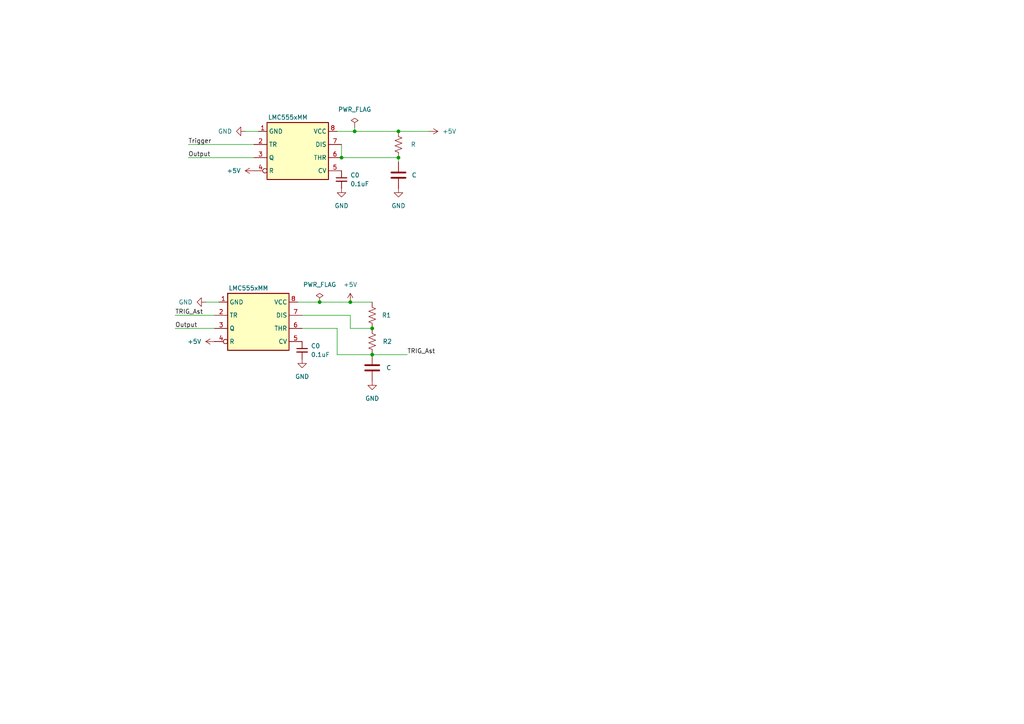
<source format=kicad_sch>
(kicad_sch
	(version 20250114)
	(generator "eeschema")
	(generator_version "9.0")
	(uuid "7f4bf933-eed1-41ea-90a7-63dd4a35e735")
	(paper "A4")
	(lib_symbols
		(symbol "Device:C"
			(pin_numbers
				(hide yes)
			)
			(pin_names
				(offset 0.254)
			)
			(exclude_from_sim no)
			(in_bom yes)
			(on_board yes)
			(property "Reference" "C"
				(at 0.635 2.54 0)
				(effects
					(font
						(size 1.27 1.27)
					)
					(justify left)
				)
			)
			(property "Value" "C"
				(at 0.635 -2.54 0)
				(effects
					(font
						(size 1.27 1.27)
					)
					(justify left)
				)
			)
			(property "Footprint" ""
				(at 0.9652 -3.81 0)
				(effects
					(font
						(size 1.27 1.27)
					)
					(hide yes)
				)
			)
			(property "Datasheet" "~"
				(at 0 0 0)
				(effects
					(font
						(size 1.27 1.27)
					)
					(hide yes)
				)
			)
			(property "Description" "Unpolarized capacitor"
				(at 0 0 0)
				(effects
					(font
						(size 1.27 1.27)
					)
					(hide yes)
				)
			)
			(property "ki_keywords" "cap capacitor"
				(at 0 0 0)
				(effects
					(font
						(size 1.27 1.27)
					)
					(hide yes)
				)
			)
			(property "ki_fp_filters" "C_*"
				(at 0 0 0)
				(effects
					(font
						(size 1.27 1.27)
					)
					(hide yes)
				)
			)
			(symbol "C_0_1"
				(polyline
					(pts
						(xy -2.032 0.762) (xy 2.032 0.762)
					)
					(stroke
						(width 0.508)
						(type default)
					)
					(fill
						(type none)
					)
				)
				(polyline
					(pts
						(xy -2.032 -0.762) (xy 2.032 -0.762)
					)
					(stroke
						(width 0.508)
						(type default)
					)
					(fill
						(type none)
					)
				)
			)
			(symbol "C_1_1"
				(pin passive line
					(at 0 3.81 270)
					(length 2.794)
					(name "~"
						(effects
							(font
								(size 1.27 1.27)
							)
						)
					)
					(number "1"
						(effects
							(font
								(size 1.27 1.27)
							)
						)
					)
				)
				(pin passive line
					(at 0 -3.81 90)
					(length 2.794)
					(name "~"
						(effects
							(font
								(size 1.27 1.27)
							)
						)
					)
					(number "2"
						(effects
							(font
								(size 1.27 1.27)
							)
						)
					)
				)
			)
			(embedded_fonts no)
		)
		(symbol "Device:C_Small"
			(pin_numbers
				(hide yes)
			)
			(pin_names
				(offset 0.254)
				(hide yes)
			)
			(exclude_from_sim no)
			(in_bom yes)
			(on_board yes)
			(property "Reference" "C"
				(at 0.254 1.778 0)
				(effects
					(font
						(size 1.27 1.27)
					)
					(justify left)
				)
			)
			(property "Value" "C_Small"
				(at 0.254 -2.032 0)
				(effects
					(font
						(size 1.27 1.27)
					)
					(justify left)
				)
			)
			(property "Footprint" ""
				(at 0 0 0)
				(effects
					(font
						(size 1.27 1.27)
					)
					(hide yes)
				)
			)
			(property "Datasheet" "~"
				(at 0 0 0)
				(effects
					(font
						(size 1.27 1.27)
					)
					(hide yes)
				)
			)
			(property "Description" "Unpolarized capacitor, small symbol"
				(at 0 0 0)
				(effects
					(font
						(size 1.27 1.27)
					)
					(hide yes)
				)
			)
			(property "ki_keywords" "capacitor cap"
				(at 0 0 0)
				(effects
					(font
						(size 1.27 1.27)
					)
					(hide yes)
				)
			)
			(property "ki_fp_filters" "C_*"
				(at 0 0 0)
				(effects
					(font
						(size 1.27 1.27)
					)
					(hide yes)
				)
			)
			(symbol "C_Small_0_1"
				(polyline
					(pts
						(xy -1.524 0.508) (xy 1.524 0.508)
					)
					(stroke
						(width 0.3048)
						(type default)
					)
					(fill
						(type none)
					)
				)
				(polyline
					(pts
						(xy -1.524 -0.508) (xy 1.524 -0.508)
					)
					(stroke
						(width 0.3302)
						(type default)
					)
					(fill
						(type none)
					)
				)
			)
			(symbol "C_Small_1_1"
				(pin passive line
					(at 0 2.54 270)
					(length 2.032)
					(name "~"
						(effects
							(font
								(size 1.27 1.27)
							)
						)
					)
					(number "1"
						(effects
							(font
								(size 1.27 1.27)
							)
						)
					)
				)
				(pin passive line
					(at 0 -2.54 90)
					(length 2.032)
					(name "~"
						(effects
							(font
								(size 1.27 1.27)
							)
						)
					)
					(number "2"
						(effects
							(font
								(size 1.27 1.27)
							)
						)
					)
				)
			)
			(embedded_fonts no)
		)
		(symbol "Device:R_US"
			(pin_numbers
				(hide yes)
			)
			(pin_names
				(offset 0)
			)
			(exclude_from_sim no)
			(in_bom yes)
			(on_board yes)
			(property "Reference" "R"
				(at 2.54 0 90)
				(effects
					(font
						(size 1.27 1.27)
					)
				)
			)
			(property "Value" "R_US"
				(at -2.54 0 90)
				(effects
					(font
						(size 1.27 1.27)
					)
				)
			)
			(property "Footprint" ""
				(at 1.016 -0.254 90)
				(effects
					(font
						(size 1.27 1.27)
					)
					(hide yes)
				)
			)
			(property "Datasheet" "~"
				(at 0 0 0)
				(effects
					(font
						(size 1.27 1.27)
					)
					(hide yes)
				)
			)
			(property "Description" "Resistor, US symbol"
				(at 0 0 0)
				(effects
					(font
						(size 1.27 1.27)
					)
					(hide yes)
				)
			)
			(property "ki_keywords" "R res resistor"
				(at 0 0 0)
				(effects
					(font
						(size 1.27 1.27)
					)
					(hide yes)
				)
			)
			(property "ki_fp_filters" "R_*"
				(at 0 0 0)
				(effects
					(font
						(size 1.27 1.27)
					)
					(hide yes)
				)
			)
			(symbol "R_US_0_1"
				(polyline
					(pts
						(xy 0 2.286) (xy 0 2.54)
					)
					(stroke
						(width 0)
						(type default)
					)
					(fill
						(type none)
					)
				)
				(polyline
					(pts
						(xy 0 2.286) (xy 1.016 1.905) (xy 0 1.524) (xy -1.016 1.143) (xy 0 0.762)
					)
					(stroke
						(width 0)
						(type default)
					)
					(fill
						(type none)
					)
				)
				(polyline
					(pts
						(xy 0 0.762) (xy 1.016 0.381) (xy 0 0) (xy -1.016 -0.381) (xy 0 -0.762)
					)
					(stroke
						(width 0)
						(type default)
					)
					(fill
						(type none)
					)
				)
				(polyline
					(pts
						(xy 0 -0.762) (xy 1.016 -1.143) (xy 0 -1.524) (xy -1.016 -1.905) (xy 0 -2.286)
					)
					(stroke
						(width 0)
						(type default)
					)
					(fill
						(type none)
					)
				)
				(polyline
					(pts
						(xy 0 -2.286) (xy 0 -2.54)
					)
					(stroke
						(width 0)
						(type default)
					)
					(fill
						(type none)
					)
				)
			)
			(symbol "R_US_1_1"
				(pin passive line
					(at 0 3.81 270)
					(length 1.27)
					(name "~"
						(effects
							(font
								(size 1.27 1.27)
							)
						)
					)
					(number "1"
						(effects
							(font
								(size 1.27 1.27)
							)
						)
					)
				)
				(pin passive line
					(at 0 -3.81 90)
					(length 1.27)
					(name "~"
						(effects
							(font
								(size 1.27 1.27)
							)
						)
					)
					(number "2"
						(effects
							(font
								(size 1.27 1.27)
							)
						)
					)
				)
			)
			(embedded_fonts no)
		)
		(symbol "LMC555xMM_1"
			(exclude_from_sim no)
			(in_bom yes)
			(on_board yes)
			(property "Reference" "U1"
				(at -8.636 12.954 0)
				(effects
					(font
						(size 1.27 1.27)
					)
					(justify left)
				)
			)
			(property "Value" "LMC555xMM"
				(at -8.636 10.414 0)
				(effects
					(font
						(size 1.27 1.27)
					)
					(justify left)
				)
			)
			(property "Footprint" "Package_SO:VSSOP-8_3x3mm_P0.65mm"
				(at 16.51 -10.16 0)
				(effects
					(font
						(size 1.27 1.27)
					)
					(hide yes)
				)
			)
			(property "Datasheet" "http://www.ti.com/lit/ds/symlink/lmc555.pdf"
				(at 21.59 -10.16 0)
				(effects
					(font
						(size 1.27 1.27)
					)
					(hide yes)
				)
			)
			(property "Description" "CMOS Timer, 555 compatible, VSSOP-8"
				(at 0 -0.254 0)
				(effects
					(font
						(size 1.27 1.27)
					)
					(hide yes)
				)
			)
			(property "ki_keywords" "single timer 555"
				(at 0 0 0)
				(effects
					(font
						(size 1.27 1.27)
					)
					(hide yes)
				)
			)
			(property "ki_fp_filters" "*VSSOP*3x3mm*P0.65mm*"
				(at 0 0 0)
				(effects
					(font
						(size 1.27 1.27)
					)
					(hide yes)
				)
			)
			(symbol "LMC555xMM_1_0_1"
				(rectangle
					(start -8.89 8.89)
					(end 8.89 -7.62)
					(stroke
						(width 0.254)
						(type default)
					)
					(fill
						(type background)
					)
				)
				(rectangle
					(start -8.89 8.89)
					(end 8.89 -7.62)
					(stroke
						(width 0.254)
						(type default)
					)
					(fill
						(type background)
					)
				)
			)
			(symbol "LMC555xMM_1_1_0"
				(pin power_in line
					(at -11.43 6.35 0)
					(length 2.54)
					(name "GND"
						(effects
							(font
								(size 1.27 1.27)
							)
						)
					)
					(number "1"
						(effects
							(font
								(size 1.27 1.27)
							)
						)
					)
				)
				(pin power_in line
					(at 11.43 6.35 180)
					(length 2.54)
					(name "VCC"
						(effects
							(font
								(size 1.27 1.27)
							)
						)
					)
					(number "8"
						(effects
							(font
								(size 1.27 1.27)
							)
						)
					)
				)
			)
			(symbol "LMC555xMM_1_1_1"
				(pin input line
					(at -12.7 2.54 0)
					(length 3.81)
					(name "TR"
						(effects
							(font
								(size 1.27 1.27)
							)
						)
					)
					(number "2"
						(effects
							(font
								(size 1.27 1.27)
							)
						)
					)
				)
				(pin output line
					(at -12.7 -1.27 0)
					(length 3.81)
					(name "Q"
						(effects
							(font
								(size 1.27 1.27)
							)
						)
					)
					(number "3"
						(effects
							(font
								(size 1.27 1.27)
							)
						)
					)
				)
				(pin input inverted
					(at -12.7 -5.08 0)
					(length 3.81)
					(name "R"
						(effects
							(font
								(size 1.27 1.27)
							)
						)
					)
					(number "4"
						(effects
							(font
								(size 1.27 1.27)
							)
						)
					)
				)
				(pin input line
					(at 12.7 2.54 180)
					(length 3.81)
					(name "DIS"
						(effects
							(font
								(size 1.27 1.27)
							)
						)
					)
					(number "7"
						(effects
							(font
								(size 1.27 1.27)
							)
						)
					)
				)
				(pin input line
					(at 12.7 -1.27 180)
					(length 3.81)
					(name "THR"
						(effects
							(font
								(size 1.27 1.27)
							)
						)
					)
					(number "6"
						(effects
							(font
								(size 1.27 1.27)
							)
						)
					)
				)
				(pin input line
					(at 12.7 -5.08 180)
					(length 3.81)
					(name "CV"
						(effects
							(font
								(size 1.27 1.27)
							)
						)
					)
					(number "5"
						(effects
							(font
								(size 1.27 1.27)
							)
						)
					)
				)
			)
			(embedded_fonts no)
		)
		(symbol "power:+5V"
			(power)
			(pin_numbers
				(hide yes)
			)
			(pin_names
				(offset 0)
				(hide yes)
			)
			(exclude_from_sim no)
			(in_bom yes)
			(on_board yes)
			(property "Reference" "#PWR"
				(at 0 -3.81 0)
				(effects
					(font
						(size 1.27 1.27)
					)
					(hide yes)
				)
			)
			(property "Value" "+5V"
				(at 0 3.556 0)
				(effects
					(font
						(size 1.27 1.27)
					)
				)
			)
			(property "Footprint" ""
				(at 0 0 0)
				(effects
					(font
						(size 1.27 1.27)
					)
					(hide yes)
				)
			)
			(property "Datasheet" ""
				(at 0 0 0)
				(effects
					(font
						(size 1.27 1.27)
					)
					(hide yes)
				)
			)
			(property "Description" "Power symbol creates a global label with name \"+5V\""
				(at 0 0 0)
				(effects
					(font
						(size 1.27 1.27)
					)
					(hide yes)
				)
			)
			(property "ki_keywords" "global power"
				(at 0 0 0)
				(effects
					(font
						(size 1.27 1.27)
					)
					(hide yes)
				)
			)
			(symbol "+5V_0_1"
				(polyline
					(pts
						(xy -0.762 1.27) (xy 0 2.54)
					)
					(stroke
						(width 0)
						(type default)
					)
					(fill
						(type none)
					)
				)
				(polyline
					(pts
						(xy 0 2.54) (xy 0.762 1.27)
					)
					(stroke
						(width 0)
						(type default)
					)
					(fill
						(type none)
					)
				)
				(polyline
					(pts
						(xy 0 0) (xy 0 2.54)
					)
					(stroke
						(width 0)
						(type default)
					)
					(fill
						(type none)
					)
				)
			)
			(symbol "+5V_1_1"
				(pin power_in line
					(at 0 0 90)
					(length 0)
					(name "~"
						(effects
							(font
								(size 1.27 1.27)
							)
						)
					)
					(number "1"
						(effects
							(font
								(size 1.27 1.27)
							)
						)
					)
				)
			)
			(embedded_fonts no)
		)
		(symbol "power:GND"
			(power)
			(pin_numbers
				(hide yes)
			)
			(pin_names
				(offset 0)
				(hide yes)
			)
			(exclude_from_sim no)
			(in_bom yes)
			(on_board yes)
			(property "Reference" "#PWR"
				(at 0 -6.35 0)
				(effects
					(font
						(size 1.27 1.27)
					)
					(hide yes)
				)
			)
			(property "Value" "GND"
				(at 0 -3.81 0)
				(effects
					(font
						(size 1.27 1.27)
					)
				)
			)
			(property "Footprint" ""
				(at 0 0 0)
				(effects
					(font
						(size 1.27 1.27)
					)
					(hide yes)
				)
			)
			(property "Datasheet" ""
				(at 0 0 0)
				(effects
					(font
						(size 1.27 1.27)
					)
					(hide yes)
				)
			)
			(property "Description" "Power symbol creates a global label with name \"GND\" , ground"
				(at 0 0 0)
				(effects
					(font
						(size 1.27 1.27)
					)
					(hide yes)
				)
			)
			(property "ki_keywords" "global power"
				(at 0 0 0)
				(effects
					(font
						(size 1.27 1.27)
					)
					(hide yes)
				)
			)
			(symbol "GND_0_1"
				(polyline
					(pts
						(xy 0 0) (xy 0 -1.27) (xy 1.27 -1.27) (xy 0 -2.54) (xy -1.27 -1.27) (xy 0 -1.27)
					)
					(stroke
						(width 0)
						(type default)
					)
					(fill
						(type none)
					)
				)
			)
			(symbol "GND_1_1"
				(pin power_in line
					(at 0 0 270)
					(length 0)
					(name "~"
						(effects
							(font
								(size 1.27 1.27)
							)
						)
					)
					(number "1"
						(effects
							(font
								(size 1.27 1.27)
							)
						)
					)
				)
			)
			(embedded_fonts no)
		)
		(symbol "power:PWR_FLAG"
			(power)
			(pin_numbers
				(hide yes)
			)
			(pin_names
				(offset 0)
				(hide yes)
			)
			(exclude_from_sim no)
			(in_bom yes)
			(on_board yes)
			(property "Reference" "#FLG"
				(at 0 1.905 0)
				(effects
					(font
						(size 1.27 1.27)
					)
					(hide yes)
				)
			)
			(property "Value" "PWR_FLAG"
				(at 0 3.81 0)
				(effects
					(font
						(size 1.27 1.27)
					)
				)
			)
			(property "Footprint" ""
				(at 0 0 0)
				(effects
					(font
						(size 1.27 1.27)
					)
					(hide yes)
				)
			)
			(property "Datasheet" "~"
				(at 0 0 0)
				(effects
					(font
						(size 1.27 1.27)
					)
					(hide yes)
				)
			)
			(property "Description" "Special symbol for telling ERC where power comes from"
				(at 0 0 0)
				(effects
					(font
						(size 1.27 1.27)
					)
					(hide yes)
				)
			)
			(property "ki_keywords" "flag power"
				(at 0 0 0)
				(effects
					(font
						(size 1.27 1.27)
					)
					(hide yes)
				)
			)
			(symbol "PWR_FLAG_0_0"
				(pin power_out line
					(at 0 0 90)
					(length 0)
					(name "~"
						(effects
							(font
								(size 1.27 1.27)
							)
						)
					)
					(number "1"
						(effects
							(font
								(size 1.27 1.27)
							)
						)
					)
				)
			)
			(symbol "PWR_FLAG_0_1"
				(polyline
					(pts
						(xy 0 0) (xy 0 1.27) (xy -1.016 1.905) (xy 0 2.54) (xy 1.016 1.905) (xy 0 1.27)
					)
					(stroke
						(width 0)
						(type default)
					)
					(fill
						(type none)
					)
				)
			)
			(embedded_fonts no)
		)
	)
	(junction
		(at 92.71 87.63)
		(diameter 0)
		(color 0 0 0 0)
		(uuid "5ac738ae-9326-45fa-aa8d-ae5f7e2c47d0")
	)
	(junction
		(at 115.57 38.1)
		(diameter 0)
		(color 0 0 0 0)
		(uuid "84103edd-870a-4c26-8a39-39d6805ac2ec")
	)
	(junction
		(at 101.6 87.63)
		(diameter 0)
		(color 0 0 0 0)
		(uuid "8b1bd164-1ed8-44e4-8a50-dc1c97a87f17")
	)
	(junction
		(at 102.87 38.1)
		(diameter 0)
		(color 0 0 0 0)
		(uuid "a55a995a-2320-42f2-b0f4-f1a57d90c80e")
	)
	(junction
		(at 107.95 102.87)
		(diameter 0)
		(color 0 0 0 0)
		(uuid "aac3bb42-ca51-4384-9f98-588d6ea29539")
	)
	(junction
		(at 107.95 95.25)
		(diameter 0)
		(color 0 0 0 0)
		(uuid "b94a795f-6ff1-49ad-9af8-bf9766e715bc")
	)
	(junction
		(at 99.06 45.72)
		(diameter 0)
		(color 0 0 0 0)
		(uuid "dd762b7e-1fcb-4ad5-bbf8-1455b2ffb81a")
	)
	(junction
		(at 115.57 45.72)
		(diameter 0)
		(color 0 0 0 0)
		(uuid "fcea5ed3-4bc8-45c5-9a77-8873f0779781")
	)
	(wire
		(pts
			(xy 59.69 87.63) (xy 63.5 87.63)
		)
		(stroke
			(width 0)
			(type default)
		)
		(uuid "1b3193b0-2d93-448d-81ec-860595b8b1bd")
	)
	(wire
		(pts
			(xy 97.79 95.25) (xy 97.79 102.87)
		)
		(stroke
			(width 0)
			(type default)
		)
		(uuid "1cf088f0-306a-41df-a4e1-98da2a70bae5")
	)
	(wire
		(pts
			(xy 71.12 38.1) (xy 74.93 38.1)
		)
		(stroke
			(width 0)
			(type default)
		)
		(uuid "22b4f4e3-f655-412f-baac-12131bcc455a")
	)
	(wire
		(pts
			(xy 54.61 41.91) (xy 73.66 41.91)
		)
		(stroke
			(width 0)
			(type default)
		)
		(uuid "3fe49de1-82a6-476c-992c-05f7a75995af")
	)
	(wire
		(pts
			(xy 99.06 45.72) (xy 115.57 45.72)
		)
		(stroke
			(width 0)
			(type default)
		)
		(uuid "505fd055-9b86-4fd1-b446-2b676e568469")
	)
	(wire
		(pts
			(xy 101.6 91.44) (xy 101.6 95.25)
		)
		(stroke
			(width 0)
			(type default)
		)
		(uuid "6744ccb8-117b-4eac-a137-d17b129e7a14")
	)
	(wire
		(pts
			(xy 86.36 87.63) (xy 92.71 87.63)
		)
		(stroke
			(width 0)
			(type default)
		)
		(uuid "6d1b0d85-d410-4e58-a11d-c2bf1e1381f9")
	)
	(wire
		(pts
			(xy 101.6 95.25) (xy 107.95 95.25)
		)
		(stroke
			(width 0)
			(type default)
		)
		(uuid "79734237-d126-4da0-9a25-53aeec65f97d")
	)
	(wire
		(pts
			(xy 102.87 36.83) (xy 102.87 38.1)
		)
		(stroke
			(width 0)
			(type default)
		)
		(uuid "849d03e7-9cc9-449e-a8b0-8dd5d5743f38")
	)
	(wire
		(pts
			(xy 99.06 41.91) (xy 99.06 45.72)
		)
		(stroke
			(width 0)
			(type default)
		)
		(uuid "865ffaee-84b3-47ef-a216-1529fe6c6b43")
	)
	(wire
		(pts
			(xy 124.46 38.1) (xy 115.57 38.1)
		)
		(stroke
			(width 0)
			(type default)
		)
		(uuid "8da9bc42-2693-49cb-9397-7ad7e0edb27a")
	)
	(wire
		(pts
			(xy 102.87 38.1) (xy 115.57 38.1)
		)
		(stroke
			(width 0)
			(type default)
		)
		(uuid "948825b1-442d-4f05-9542-7a8c65c715b2")
	)
	(wire
		(pts
			(xy 118.11 102.87) (xy 107.95 102.87)
		)
		(stroke
			(width 0)
			(type default)
		)
		(uuid "95db2d32-c7da-48d7-b316-6b9b83b64c74")
	)
	(wire
		(pts
			(xy 115.57 46.99) (xy 115.57 45.72)
		)
		(stroke
			(width 0)
			(type default)
		)
		(uuid "b0de7d50-079b-4e77-ae6e-f0d8f1e80b25")
	)
	(wire
		(pts
			(xy 50.8 91.44) (xy 62.23 91.44)
		)
		(stroke
			(width 0)
			(type default)
		)
		(uuid "b78efc55-f21c-4db1-be5b-50e6abc69c34")
	)
	(wire
		(pts
			(xy 54.61 45.72) (xy 73.66 45.72)
		)
		(stroke
			(width 0)
			(type default)
		)
		(uuid "b90f024e-9f66-43e3-9be4-bf58e1031cd7")
	)
	(wire
		(pts
			(xy 97.79 38.1) (xy 102.87 38.1)
		)
		(stroke
			(width 0)
			(type default)
		)
		(uuid "ba1c2819-a546-46f7-9fce-b4f6172b7a2e")
	)
	(wire
		(pts
			(xy 87.63 91.44) (xy 101.6 91.44)
		)
		(stroke
			(width 0)
			(type default)
		)
		(uuid "ba3d83f1-91fe-4415-8d5d-d3684742d6c3")
	)
	(wire
		(pts
			(xy 97.79 102.87) (xy 107.95 102.87)
		)
		(stroke
			(width 0)
			(type default)
		)
		(uuid "bc39c0a7-93fa-4bf4-88c3-8d7a7032797e")
	)
	(wire
		(pts
			(xy 50.8 95.25) (xy 62.23 95.25)
		)
		(stroke
			(width 0)
			(type default)
		)
		(uuid "d84756be-e1f6-453c-b0ee-d09610efdb50")
	)
	(wire
		(pts
			(xy 92.71 87.63) (xy 101.6 87.63)
		)
		(stroke
			(width 0)
			(type default)
		)
		(uuid "ee07e2be-19dd-4033-abb8-d223d73cafd7")
	)
	(wire
		(pts
			(xy 87.63 95.25) (xy 97.79 95.25)
		)
		(stroke
			(width 0)
			(type default)
		)
		(uuid "f233b777-a323-4706-a11c-ff1045a26093")
	)
	(wire
		(pts
			(xy 107.95 87.63) (xy 101.6 87.63)
		)
		(stroke
			(width 0)
			(type default)
		)
		(uuid "f8eb1994-1ffa-41b4-92c1-6c1dab6e08b8")
	)
	(label "TRIG_Ast"
		(at 118.11 102.87 0)
		(effects
			(font
				(size 1.27 1.27)
			)
			(justify left bottom)
		)
		(uuid "1cebb160-e77e-4d9d-87d5-3a03fe7b3594")
	)
	(label "TRIG_Ast"
		(at 50.8 91.44 0)
		(effects
			(font
				(size 1.27 1.27)
			)
			(justify left bottom)
		)
		(uuid "b80f11c1-1ec9-4d69-9a8a-a04530448ced")
	)
	(label "Output"
		(at 54.61 45.72 0)
		(effects
			(font
				(size 1.27 1.27)
			)
			(justify left bottom)
		)
		(uuid "cdf1a61e-4a34-4d73-a1f0-7ee08ab7bd86")
	)
	(label "Output"
		(at 50.8 95.25 0)
		(effects
			(font
				(size 1.27 1.27)
			)
			(justify left bottom)
		)
		(uuid "d1726428-68fc-4bc1-889d-57b574bce780")
	)
	(label "Trigger"
		(at 54.61 41.91 0)
		(effects
			(font
				(size 1.27 1.27)
			)
			(justify left bottom)
		)
		(uuid "d294e431-86ca-48c3-b845-9d2631d38eb7")
	)
	(symbol
		(lib_id "Device:C_Small")
		(at 99.06 52.07 0)
		(unit 1)
		(exclude_from_sim no)
		(in_bom yes)
		(on_board yes)
		(dnp no)
		(fields_autoplaced yes)
		(uuid "057b80b3-e70e-4def-b312-2b3d63313b93")
		(property "Reference" "C0"
			(at 101.6 50.8062 0)
			(effects
				(font
					(size 1.27 1.27)
				)
				(justify left)
			)
		)
		(property "Value" "0.1uF"
			(at 101.6 53.3462 0)
			(effects
				(font
					(size 1.27 1.27)
				)
				(justify left)
			)
		)
		(property "Footprint" ""
			(at 99.06 52.07 0)
			(effects
				(font
					(size 1.27 1.27)
				)
				(hide yes)
			)
		)
		(property "Datasheet" "~"
			(at 99.06 52.07 0)
			(effects
				(font
					(size 1.27 1.27)
				)
				(hide yes)
			)
		)
		(property "Description" "Unpolarized capacitor, small symbol"
			(at 99.06 52.07 0)
			(effects
				(font
					(size 1.27 1.27)
				)
				(hide yes)
			)
		)
		(pin "1"
			(uuid "739e01d3-58f2-4fa8-95a2-125060bb47f0")
		)
		(pin "2"
			(uuid "6143ff5a-974c-48f1-8494-8afef8a73a44")
		)
		(instances
			(project "ECE2k7_555Miniproject"
				(path "/e86edbf6-ab59-4ebd-b510-34e7f9b378c6/789a529b-b650-4a73-89df-fa041547b64a"
					(reference "C0")
					(unit 1)
				)
			)
		)
	)
	(symbol
		(lib_id "power:GND")
		(at 71.12 38.1 270)
		(unit 1)
		(exclude_from_sim no)
		(in_bom yes)
		(on_board yes)
		(dnp no)
		(fields_autoplaced yes)
		(uuid "0d6a8d7e-2b3c-4950-ba6c-39a623a6506e")
		(property "Reference" "#PWR029"
			(at 64.77 38.1 0)
			(effects
				(font
					(size 1.27 1.27)
				)
				(hide yes)
			)
		)
		(property "Value" "GND"
			(at 67.31 38.0999 90)
			(effects
				(font
					(size 1.27 1.27)
				)
				(justify right)
			)
		)
		(property "Footprint" ""
			(at 71.12 38.1 0)
			(effects
				(font
					(size 1.27 1.27)
				)
				(hide yes)
			)
		)
		(property "Datasheet" ""
			(at 71.12 38.1 0)
			(effects
				(font
					(size 1.27 1.27)
				)
				(hide yes)
			)
		)
		(property "Description" "Power symbol creates a global label with name \"GND\" , ground"
			(at 71.12 38.1 0)
			(effects
				(font
					(size 1.27 1.27)
				)
				(hide yes)
			)
		)
		(pin "1"
			(uuid "a8c1a1a9-ddc3-4302-872c-02e868b99702")
		)
		(instances
			(project "ECE2k7_555Miniproject"
				(path "/e86edbf6-ab59-4ebd-b510-34e7f9b378c6/789a529b-b650-4a73-89df-fa041547b64a"
					(reference "#PWR029")
					(unit 1)
				)
			)
		)
	)
	(symbol
		(lib_id "Device:C")
		(at 107.95 106.68 0)
		(unit 1)
		(exclude_from_sim no)
		(in_bom yes)
		(on_board yes)
		(dnp no)
		(uuid "169a55dc-e109-4d07-87a3-7b01f85b4afc")
		(property "Reference" "C"
			(at 112.014 106.68 0)
			(effects
				(font
					(size 1.27 1.27)
				)
				(justify left)
			)
		)
		(property "Value" "100uF"
			(at 111.76 107.9499 0)
			(effects
				(font
					(size 1.27 1.27)
				)
				(justify left)
				(hide yes)
			)
		)
		(property "Footprint" ""
			(at 108.9152 110.49 0)
			(effects
				(font
					(size 1.27 1.27)
				)
				(hide yes)
			)
		)
		(property "Datasheet" "~"
			(at 107.95 106.68 0)
			(effects
				(font
					(size 1.27 1.27)
				)
				(hide yes)
			)
		)
		(property "Description" "Unpolarized capacitor"
			(at 107.95 106.68 0)
			(effects
				(font
					(size 1.27 1.27)
				)
				(hide yes)
			)
		)
		(pin "1"
			(uuid "341fba3c-5f52-48e5-b64d-725397966b8d")
		)
		(pin "2"
			(uuid "05c0a4f8-7b9b-485a-ac30-50b9b63db3d4")
		)
		(instances
			(project "ECE2k7_555Miniproject"
				(path "/e86edbf6-ab59-4ebd-b510-34e7f9b378c6/789a529b-b650-4a73-89df-fa041547b64a"
					(reference "C")
					(unit 1)
				)
			)
		)
	)
	(symbol
		(lib_id "power:GND")
		(at 107.95 110.49 0)
		(unit 1)
		(exclude_from_sim no)
		(in_bom yes)
		(on_board yes)
		(dnp no)
		(fields_autoplaced yes)
		(uuid "1842b5ce-7261-4b6e-aa6b-19d97b3ad46a")
		(property "Reference" "#PWR035"
			(at 107.95 116.84 0)
			(effects
				(font
					(size 1.27 1.27)
				)
				(hide yes)
			)
		)
		(property "Value" "GND"
			(at 107.95 115.57 0)
			(effects
				(font
					(size 1.27 1.27)
				)
			)
		)
		(property "Footprint" ""
			(at 107.95 110.49 0)
			(effects
				(font
					(size 1.27 1.27)
				)
				(hide yes)
			)
		)
		(property "Datasheet" ""
			(at 107.95 110.49 0)
			(effects
				(font
					(size 1.27 1.27)
				)
				(hide yes)
			)
		)
		(property "Description" "Power symbol creates a global label with name \"GND\" , ground"
			(at 107.95 110.49 0)
			(effects
				(font
					(size 1.27 1.27)
				)
				(hide yes)
			)
		)
		(pin "1"
			(uuid "d5c356e6-499b-4104-bb31-6ebb94b6469d")
		)
		(instances
			(project "ECE2k7_555Miniproject"
				(path "/e86edbf6-ab59-4ebd-b510-34e7f9b378c6/789a529b-b650-4a73-89df-fa041547b64a"
					(reference "#PWR035")
					(unit 1)
				)
			)
		)
	)
	(symbol
		(lib_id "power:GND")
		(at 99.06 54.61 0)
		(unit 1)
		(exclude_from_sim no)
		(in_bom yes)
		(on_board yes)
		(dnp no)
		(fields_autoplaced yes)
		(uuid "5411a1dd-17fb-4449-bf18-8c2b5ead61de")
		(property "Reference" "#PWR030"
			(at 99.06 60.96 0)
			(effects
				(font
					(size 1.27 1.27)
				)
				(hide yes)
			)
		)
		(property "Value" "GND"
			(at 99.06 59.69 0)
			(effects
				(font
					(size 1.27 1.27)
				)
			)
		)
		(property "Footprint" ""
			(at 99.06 54.61 0)
			(effects
				(font
					(size 1.27 1.27)
				)
				(hide yes)
			)
		)
		(property "Datasheet" ""
			(at 99.06 54.61 0)
			(effects
				(font
					(size 1.27 1.27)
				)
				(hide yes)
			)
		)
		(property "Description" "Power symbol creates a global label with name \"GND\" , ground"
			(at 99.06 54.61 0)
			(effects
				(font
					(size 1.27 1.27)
				)
				(hide yes)
			)
		)
		(pin "1"
			(uuid "05349f8a-d9fb-4281-8109-afc9c46aed72")
		)
		(instances
			(project "ECE2k7_555Miniproject"
				(path "/e86edbf6-ab59-4ebd-b510-34e7f9b378c6/789a529b-b650-4a73-89df-fa041547b64a"
					(reference "#PWR030")
					(unit 1)
				)
			)
		)
	)
	(symbol
		(lib_id "power:+5V")
		(at 73.66 49.53 90)
		(unit 1)
		(exclude_from_sim no)
		(in_bom yes)
		(on_board yes)
		(dnp no)
		(fields_autoplaced yes)
		(uuid "5f4ca38c-0513-43ae-afc9-a57adc8368ed")
		(property "Reference" "#PWR032"
			(at 77.47 49.53 0)
			(effects
				(font
					(size 1.27 1.27)
				)
				(hide yes)
			)
		)
		(property "Value" "+5V"
			(at 69.85 49.5299 90)
			(effects
				(font
					(size 1.27 1.27)
				)
				(justify left)
			)
		)
		(property "Footprint" ""
			(at 73.66 49.53 0)
			(effects
				(font
					(size 1.27 1.27)
				)
				(hide yes)
			)
		)
		(property "Datasheet" ""
			(at 73.66 49.53 0)
			(effects
				(font
					(size 1.27 1.27)
				)
				(hide yes)
			)
		)
		(property "Description" "Power symbol creates a global label with name \"+5V\""
			(at 73.66 49.53 0)
			(effects
				(font
					(size 1.27 1.27)
				)
				(hide yes)
			)
		)
		(pin "1"
			(uuid "c3881c9f-61b5-4cff-bfdb-e5c7651e287e")
		)
		(instances
			(project "ECE2k7_555Miniproject"
				(path "/e86edbf6-ab59-4ebd-b510-34e7f9b378c6/789a529b-b650-4a73-89df-fa041547b64a"
					(reference "#PWR032")
					(unit 1)
				)
			)
		)
	)
	(symbol
		(lib_id "Device:R_US")
		(at 107.95 99.06 0)
		(unit 1)
		(exclude_from_sim no)
		(in_bom yes)
		(on_board yes)
		(dnp no)
		(uuid "66ff0f8f-2b85-4986-9382-acbe8ec56b4c")
		(property "Reference" "R2"
			(at 110.998 99.06 0)
			(effects
				(font
					(size 1.27 1.27)
				)
				(justify left)
			)
		)
		(property "Value" "R_US"
			(at 110.49 100.3299 0)
			(effects
				(font
					(size 1.27 1.27)
				)
				(justify left)
				(hide yes)
			)
		)
		(property "Footprint" ""
			(at 108.966 99.314 90)
			(effects
				(font
					(size 1.27 1.27)
				)
				(hide yes)
			)
		)
		(property "Datasheet" "~"
			(at 107.95 99.06 0)
			(effects
				(font
					(size 1.27 1.27)
				)
				(hide yes)
			)
		)
		(property "Description" "Resistor, US symbol"
			(at 107.95 99.06 0)
			(effects
				(font
					(size 1.27 1.27)
				)
				(hide yes)
			)
		)
		(pin "2"
			(uuid "9f05fe96-0b28-441a-a959-be844ecc968c")
		)
		(pin "1"
			(uuid "f0f81de1-0bf4-4132-bcc3-46532524ae78")
		)
		(instances
			(project "ECE2k7_555Miniproject"
				(path "/e86edbf6-ab59-4ebd-b510-34e7f9b378c6/789a529b-b650-4a73-89df-fa041547b64a"
					(reference "R2")
					(unit 1)
				)
			)
		)
	)
	(symbol
		(lib_id "power:+5V")
		(at 124.46 38.1 270)
		(unit 1)
		(exclude_from_sim no)
		(in_bom yes)
		(on_board yes)
		(dnp no)
		(fields_autoplaced yes)
		(uuid "6d642085-31e8-429b-a51c-407032e84ed5")
		(property "Reference" "#PWR028"
			(at 120.65 38.1 0)
			(effects
				(font
					(size 1.27 1.27)
				)
				(hide yes)
			)
		)
		(property "Value" "+5V"
			(at 128.27 38.0999 90)
			(effects
				(font
					(size 1.27 1.27)
				)
				(justify left)
			)
		)
		(property "Footprint" ""
			(at 124.46 38.1 0)
			(effects
				(font
					(size 1.27 1.27)
				)
				(hide yes)
			)
		)
		(property "Datasheet" ""
			(at 124.46 38.1 0)
			(effects
				(font
					(size 1.27 1.27)
				)
				(hide yes)
			)
		)
		(property "Description" "Power symbol creates a global label with name \"+5V\""
			(at 124.46 38.1 0)
			(effects
				(font
					(size 1.27 1.27)
				)
				(hide yes)
			)
		)
		(pin "1"
			(uuid "43f9ffdf-0eec-44e0-ba64-581b478da98a")
		)
		(instances
			(project ""
				(path "/e86edbf6-ab59-4ebd-b510-34e7f9b378c6/789a529b-b650-4a73-89df-fa041547b64a"
					(reference "#PWR028")
					(unit 1)
				)
			)
		)
	)
	(symbol
		(lib_id "power:+5V")
		(at 62.23 99.06 90)
		(unit 1)
		(exclude_from_sim no)
		(in_bom yes)
		(on_board yes)
		(dnp no)
		(fields_autoplaced yes)
		(uuid "6d86f9f0-2dcb-4a83-a665-234ef6bc7f51")
		(property "Reference" "#PWR037"
			(at 66.04 99.06 0)
			(effects
				(font
					(size 1.27 1.27)
				)
				(hide yes)
			)
		)
		(property "Value" "+5V"
			(at 58.42 99.0599 90)
			(effects
				(font
					(size 1.27 1.27)
				)
				(justify left)
			)
		)
		(property "Footprint" ""
			(at 62.23 99.06 0)
			(effects
				(font
					(size 1.27 1.27)
				)
				(hide yes)
			)
		)
		(property "Datasheet" ""
			(at 62.23 99.06 0)
			(effects
				(font
					(size 1.27 1.27)
				)
				(hide yes)
			)
		)
		(property "Description" "Power symbol creates a global label with name \"+5V\""
			(at 62.23 99.06 0)
			(effects
				(font
					(size 1.27 1.27)
				)
				(hide yes)
			)
		)
		(pin "1"
			(uuid "e9cc37ca-14fa-4091-ba5a-822932205573")
		)
		(instances
			(project "ECE2k7_555Miniproject"
				(path "/e86edbf6-ab59-4ebd-b510-34e7f9b378c6/789a529b-b650-4a73-89df-fa041547b64a"
					(reference "#PWR037")
					(unit 1)
				)
			)
		)
	)
	(symbol
		(lib_id "Device:C")
		(at 115.57 50.8 0)
		(unit 1)
		(exclude_from_sim no)
		(in_bom yes)
		(on_board yes)
		(dnp no)
		(uuid "6e7a1d25-848a-4dfc-954c-2a0b0cdc85a6")
		(property "Reference" "C"
			(at 119.38 50.8 0)
			(effects
				(font
					(size 1.27 1.27)
				)
				(justify left)
			)
		)
		(property "Value" "100uF"
			(at 119.38 52.0699 0)
			(effects
				(font
					(size 1.27 1.27)
				)
				(justify left)
				(hide yes)
			)
		)
		(property "Footprint" ""
			(at 116.5352 54.61 0)
			(effects
				(font
					(size 1.27 1.27)
				)
				(hide yes)
			)
		)
		(property "Datasheet" "~"
			(at 115.57 50.8 0)
			(effects
				(font
					(size 1.27 1.27)
				)
				(hide yes)
			)
		)
		(property "Description" "Unpolarized capacitor"
			(at 115.57 50.8 0)
			(effects
				(font
					(size 1.27 1.27)
				)
				(hide yes)
			)
		)
		(pin "1"
			(uuid "9f390964-8805-4f44-a889-8d626cd91500")
		)
		(pin "2"
			(uuid "6843c509-b446-4a6d-9bec-e88324d90c41")
		)
		(instances
			(project "ECE2k7_555Miniproject"
				(path "/e86edbf6-ab59-4ebd-b510-34e7f9b378c6/789a529b-b650-4a73-89df-fa041547b64a"
					(reference "C")
					(unit 1)
				)
			)
		)
	)
	(symbol
		(lib_id "Device:C_Small")
		(at 87.63 101.6 0)
		(unit 1)
		(exclude_from_sim no)
		(in_bom yes)
		(on_board yes)
		(dnp no)
		(fields_autoplaced yes)
		(uuid "700b4f92-c2f8-4e05-8aea-03bbed09ba61")
		(property "Reference" "C0"
			(at 90.17 100.3362 0)
			(effects
				(font
					(size 1.27 1.27)
				)
				(justify left)
			)
		)
		(property "Value" "0.1uF"
			(at 90.17 102.8762 0)
			(effects
				(font
					(size 1.27 1.27)
				)
				(justify left)
			)
		)
		(property "Footprint" ""
			(at 87.63 101.6 0)
			(effects
				(font
					(size 1.27 1.27)
				)
				(hide yes)
			)
		)
		(property "Datasheet" "~"
			(at 87.63 101.6 0)
			(effects
				(font
					(size 1.27 1.27)
				)
				(hide yes)
			)
		)
		(property "Description" "Unpolarized capacitor, small symbol"
			(at 87.63 101.6 0)
			(effects
				(font
					(size 1.27 1.27)
				)
				(hide yes)
			)
		)
		(pin "1"
			(uuid "5c3be857-009d-41d4-a8a3-27325d671384")
		)
		(pin "2"
			(uuid "722cf039-ac4e-45bb-804f-3e825e49d6ad")
		)
		(instances
			(project "ECE2k7_555Miniproject"
				(path "/e86edbf6-ab59-4ebd-b510-34e7f9b378c6/789a529b-b650-4a73-89df-fa041547b64a"
					(reference "C0")
					(unit 1)
				)
			)
		)
	)
	(symbol
		(lib_id "Device:R_US")
		(at 107.95 91.44 0)
		(unit 1)
		(exclude_from_sim no)
		(in_bom yes)
		(on_board yes)
		(dnp no)
		(uuid "74236b69-19e1-45df-98fa-725db50c298e")
		(property "Reference" "R1"
			(at 110.744 91.44 0)
			(effects
				(font
					(size 1.27 1.27)
				)
				(justify left)
			)
		)
		(property "Value" "R_US"
			(at 110.49 92.7099 0)
			(effects
				(font
					(size 1.27 1.27)
				)
				(justify left)
				(hide yes)
			)
		)
		(property "Footprint" ""
			(at 108.966 91.694 90)
			(effects
				(font
					(size 1.27 1.27)
				)
				(hide yes)
			)
		)
		(property "Datasheet" "~"
			(at 107.95 91.44 0)
			(effects
				(font
					(size 1.27 1.27)
				)
				(hide yes)
			)
		)
		(property "Description" "Resistor, US symbol"
			(at 107.95 91.44 0)
			(effects
				(font
					(size 1.27 1.27)
				)
				(hide yes)
			)
		)
		(pin "2"
			(uuid "ce55ca1c-2f49-4d2d-897c-13634dcbbe82")
		)
		(pin "1"
			(uuid "2661bb91-e622-4a9b-9f4a-47518d2ebb96")
		)
		(instances
			(project ""
				(path "/e86edbf6-ab59-4ebd-b510-34e7f9b378c6/789a529b-b650-4a73-89df-fa041547b64a"
					(reference "R1")
					(unit 1)
				)
			)
		)
	)
	(symbol
		(lib_id "power:PWR_FLAG")
		(at 92.71 87.63 0)
		(unit 1)
		(exclude_from_sim no)
		(in_bom yes)
		(on_board yes)
		(dnp no)
		(fields_autoplaced yes)
		(uuid "7759eb13-464a-4502-ad12-c8a30d3f6248")
		(property "Reference" "#FLG08"
			(at 92.71 85.725 0)
			(effects
				(font
					(size 1.27 1.27)
				)
				(hide yes)
			)
		)
		(property "Value" "PWR_FLAG"
			(at 92.71 82.55 0)
			(effects
				(font
					(size 1.27 1.27)
				)
			)
		)
		(property "Footprint" ""
			(at 92.71 87.63 0)
			(effects
				(font
					(size 1.27 1.27)
				)
				(hide yes)
			)
		)
		(property "Datasheet" "~"
			(at 92.71 87.63 0)
			(effects
				(font
					(size 1.27 1.27)
				)
				(hide yes)
			)
		)
		(property "Description" "Special symbol for telling ERC where power comes from"
			(at 92.71 87.63 0)
			(effects
				(font
					(size 1.27 1.27)
				)
				(hide yes)
			)
		)
		(pin "1"
			(uuid "266a5dd9-6f8c-4055-b077-c3464e387d3b")
		)
		(instances
			(project "ECE2k7_555Miniproject"
				(path "/e86edbf6-ab59-4ebd-b510-34e7f9b378c6/789a529b-b650-4a73-89df-fa041547b64a"
					(reference "#FLG08")
					(unit 1)
				)
			)
		)
	)
	(symbol
		(lib_id "power:PWR_FLAG")
		(at 102.87 36.83 0)
		(unit 1)
		(exclude_from_sim no)
		(in_bom yes)
		(on_board yes)
		(dnp no)
		(fields_autoplaced yes)
		(uuid "8389d4b4-2948-4eaa-8304-73da2ea83fd9")
		(property "Reference" "#FLG07"
			(at 102.87 34.925 0)
			(effects
				(font
					(size 1.27 1.27)
				)
				(hide yes)
			)
		)
		(property "Value" "PWR_FLAG"
			(at 102.87 31.75 0)
			(effects
				(font
					(size 1.27 1.27)
				)
			)
		)
		(property "Footprint" ""
			(at 102.87 36.83 0)
			(effects
				(font
					(size 1.27 1.27)
				)
				(hide yes)
			)
		)
		(property "Datasheet" "~"
			(at 102.87 36.83 0)
			(effects
				(font
					(size 1.27 1.27)
				)
				(hide yes)
			)
		)
		(property "Description" "Special symbol for telling ERC where power comes from"
			(at 102.87 36.83 0)
			(effects
				(font
					(size 1.27 1.27)
				)
				(hide yes)
			)
		)
		(pin "1"
			(uuid "50ca0d96-c5d6-43ed-87e8-3c4bb3d0c1cb")
		)
		(instances
			(project "ECE2k7_555Miniproject"
				(path "/e86edbf6-ab59-4ebd-b510-34e7f9b378c6/789a529b-b650-4a73-89df-fa041547b64a"
					(reference "#FLG07")
					(unit 1)
				)
			)
		)
	)
	(symbol
		(lib_id "power:GND")
		(at 87.63 104.14 0)
		(unit 1)
		(exclude_from_sim no)
		(in_bom yes)
		(on_board yes)
		(dnp no)
		(fields_autoplaced yes)
		(uuid "a9c0beb5-32e8-45f1-8627-57a5ff0c8c73")
		(property "Reference" "#PWR034"
			(at 87.63 110.49 0)
			(effects
				(font
					(size 1.27 1.27)
				)
				(hide yes)
			)
		)
		(property "Value" "GND"
			(at 87.63 109.22 0)
			(effects
				(font
					(size 1.27 1.27)
				)
			)
		)
		(property "Footprint" ""
			(at 87.63 104.14 0)
			(effects
				(font
					(size 1.27 1.27)
				)
				(hide yes)
			)
		)
		(property "Datasheet" ""
			(at 87.63 104.14 0)
			(effects
				(font
					(size 1.27 1.27)
				)
				(hide yes)
			)
		)
		(property "Description" "Power symbol creates a global label with name \"GND\" , ground"
			(at 87.63 104.14 0)
			(effects
				(font
					(size 1.27 1.27)
				)
				(hide yes)
			)
		)
		(pin "1"
			(uuid "f8891f5d-8a34-4ce9-a48f-6cb49cdcb045")
		)
		(instances
			(project "ECE2k7_555Miniproject"
				(path "/e86edbf6-ab59-4ebd-b510-34e7f9b378c6/789a529b-b650-4a73-89df-fa041547b64a"
					(reference "#PWR034")
					(unit 1)
				)
			)
		)
	)
	(symbol
		(lib_id "Device:R_US")
		(at 115.57 41.91 0)
		(unit 1)
		(exclude_from_sim no)
		(in_bom yes)
		(on_board yes)
		(dnp no)
		(uuid "ad2e10e8-08d3-4a15-82ec-db11674e4de0")
		(property "Reference" "R"
			(at 119.126 41.91 0)
			(effects
				(font
					(size 1.27 1.27)
				)
				(justify left)
			)
		)
		(property "Value" "R_US"
			(at 118.11 43.1799 0)
			(effects
				(font
					(size 1.27 1.27)
				)
				(justify left)
				(hide yes)
			)
		)
		(property "Footprint" ""
			(at 116.586 42.164 90)
			(effects
				(font
					(size 1.27 1.27)
				)
				(hide yes)
			)
		)
		(property "Datasheet" "~"
			(at 115.57 41.91 0)
			(effects
				(font
					(size 1.27 1.27)
				)
				(hide yes)
			)
		)
		(property "Description" "Resistor, US symbol"
			(at 115.57 41.91 0)
			(effects
				(font
					(size 1.27 1.27)
				)
				(hide yes)
			)
		)
		(pin "2"
			(uuid "9a1647aa-16a3-40c8-8363-bb82efaf79fa")
		)
		(pin "1"
			(uuid "532d4ed6-6803-41a0-827b-6eb1e5cec00f")
		)
		(instances
			(project ""
				(path "/e86edbf6-ab59-4ebd-b510-34e7f9b378c6/789a529b-b650-4a73-89df-fa041547b64a"
					(reference "R")
					(unit 1)
				)
			)
		)
	)
	(symbol
		(lib_name "LMC555xMM_1")
		(lib_id "Timer:LMC555xMM")
		(at 74.93 93.98 0)
		(unit 1)
		(exclude_from_sim no)
		(in_bom yes)
		(on_board yes)
		(dnp no)
		(fields_autoplaced yes)
		(uuid "d17735ef-f514-4163-9a1f-e7a7cdd9b1ed")
		(property "Reference" "U8"
			(at 66.294 81.026 0)
			(effects
				(font
					(size 1.27 1.27)
				)
				(justify left)
				(hide yes)
			)
		)
		(property "Value" "LMC555xMM"
			(at 66.294 83.566 0)
			(effects
				(font
					(size 1.27 1.27)
				)
				(justify left)
			)
		)
		(property "Footprint" "Package_SO:VSSOP-8_3x3mm_P0.65mm"
			(at 91.44 104.14 0)
			(effects
				(font
					(size 1.27 1.27)
				)
				(hide yes)
			)
		)
		(property "Datasheet" "http://www.ti.com/lit/ds/symlink/lmc555.pdf"
			(at 96.52 104.14 0)
			(effects
				(font
					(size 1.27 1.27)
				)
				(hide yes)
			)
		)
		(property "Description" "CMOS Timer, 555 compatible, VSSOP-8"
			(at 74.93 94.234 0)
			(effects
				(font
					(size 1.27 1.27)
				)
				(hide yes)
			)
		)
		(pin "5"
			(uuid "1b418dba-0812-486a-b83b-b32a3c6181a7")
		)
		(pin "6"
			(uuid "3f0e7616-2d28-4b7e-bc37-4e3c51e67ccb")
		)
		(pin "2"
			(uuid "3672e4ec-1402-48a1-96c6-c64424e4b539")
		)
		(pin "4"
			(uuid "f1d4611e-6621-41c3-8fdd-f8391b1a6622")
		)
		(pin "3"
			(uuid "8df48764-0dd4-43e8-a2a7-752f853c7bc6")
		)
		(pin "8"
			(uuid "03809ff8-9e35-40cb-b212-987a69d18cae")
		)
		(pin "7"
			(uuid "b4d33ccc-2439-422f-9538-bd60241dce0d")
		)
		(pin "1"
			(uuid "1cf98e34-ba27-4662-964d-779c602814da")
		)
		(instances
			(project "ECE2k7_555Miniproject"
				(path "/e86edbf6-ab59-4ebd-b510-34e7f9b378c6/789a529b-b650-4a73-89df-fa041547b64a"
					(reference "U8")
					(unit 1)
				)
			)
		)
	)
	(symbol
		(lib_id "power:GND")
		(at 115.57 54.61 0)
		(unit 1)
		(exclude_from_sim no)
		(in_bom yes)
		(on_board yes)
		(dnp no)
		(fields_autoplaced yes)
		(uuid "d9d24395-eb36-44ea-9e37-a4eedfcb9f8d")
		(property "Reference" "#PWR031"
			(at 115.57 60.96 0)
			(effects
				(font
					(size 1.27 1.27)
				)
				(hide yes)
			)
		)
		(property "Value" "GND"
			(at 115.57 59.69 0)
			(effects
				(font
					(size 1.27 1.27)
				)
			)
		)
		(property "Footprint" ""
			(at 115.57 54.61 0)
			(effects
				(font
					(size 1.27 1.27)
				)
				(hide yes)
			)
		)
		(property "Datasheet" ""
			(at 115.57 54.61 0)
			(effects
				(font
					(size 1.27 1.27)
				)
				(hide yes)
			)
		)
		(property "Description" "Power symbol creates a global label with name \"GND\" , ground"
			(at 115.57 54.61 0)
			(effects
				(font
					(size 1.27 1.27)
				)
				(hide yes)
			)
		)
		(pin "1"
			(uuid "084320cf-3f55-4670-b729-78d9938ac8fc")
		)
		(instances
			(project "ECE2k7_555Miniproject"
				(path "/e86edbf6-ab59-4ebd-b510-34e7f9b378c6/789a529b-b650-4a73-89df-fa041547b64a"
					(reference "#PWR031")
					(unit 1)
				)
			)
		)
	)
	(symbol
		(lib_name "LMC555xMM_1")
		(lib_id "Timer:LMC555xMM")
		(at 86.36 44.45 0)
		(unit 1)
		(exclude_from_sim no)
		(in_bom yes)
		(on_board yes)
		(dnp no)
		(fields_autoplaced yes)
		(uuid "e52aae82-76cb-4f15-8a97-b6b4673376f1")
		(property "Reference" "U7"
			(at 77.724 31.496 0)
			(effects
				(font
					(size 1.27 1.27)
				)
				(justify left)
				(hide yes)
			)
		)
		(property "Value" "LMC555xMM"
			(at 77.724 34.036 0)
			(effects
				(font
					(size 1.27 1.27)
				)
				(justify left)
			)
		)
		(property "Footprint" "Package_SO:VSSOP-8_3x3mm_P0.65mm"
			(at 102.87 54.61 0)
			(effects
				(font
					(size 1.27 1.27)
				)
				(hide yes)
			)
		)
		(property "Datasheet" "http://www.ti.com/lit/ds/symlink/lmc555.pdf"
			(at 107.95 54.61 0)
			(effects
				(font
					(size 1.27 1.27)
				)
				(hide yes)
			)
		)
		(property "Description" "CMOS Timer, 555 compatible, VSSOP-8"
			(at 86.36 44.704 0)
			(effects
				(font
					(size 1.27 1.27)
				)
				(hide yes)
			)
		)
		(pin "5"
			(uuid "c955bb5d-ed70-4fbd-b1d3-a3402f72cb07")
		)
		(pin "6"
			(uuid "47b0c7b5-d6e6-49e9-b782-c50a7395bafd")
		)
		(pin "2"
			(uuid "340c8442-4df7-46be-8702-4aaab82570aa")
		)
		(pin "4"
			(uuid "493080b0-ef14-46c3-9c2f-919f8dc0124c")
		)
		(pin "3"
			(uuid "39aae5c6-0729-4c2b-8863-bf9294cecdbd")
		)
		(pin "8"
			(uuid "87c5ecec-ce71-4450-a6b2-181eebd3b6d4")
		)
		(pin "7"
			(uuid "947ba62d-5292-4637-bb60-5366ad8f8443")
		)
		(pin "1"
			(uuid "c2978352-a557-4a61-94a9-339fbe4495cc")
		)
		(instances
			(project "ECE2k7_555Miniproject"
				(path "/e86edbf6-ab59-4ebd-b510-34e7f9b378c6/789a529b-b650-4a73-89df-fa041547b64a"
					(reference "U7")
					(unit 1)
				)
			)
		)
	)
	(symbol
		(lib_id "power:+5V")
		(at 101.6 87.63 0)
		(unit 1)
		(exclude_from_sim no)
		(in_bom yes)
		(on_board yes)
		(dnp no)
		(fields_autoplaced yes)
		(uuid "f6e1740a-a5be-4f4f-b62a-632c95c7227e")
		(property "Reference" "#PWR036"
			(at 101.6 91.44 0)
			(effects
				(font
					(size 1.27 1.27)
				)
				(hide yes)
			)
		)
		(property "Value" "+5V"
			(at 101.6 82.55 0)
			(effects
				(font
					(size 1.27 1.27)
				)
			)
		)
		(property "Footprint" ""
			(at 101.6 87.63 0)
			(effects
				(font
					(size 1.27 1.27)
				)
				(hide yes)
			)
		)
		(property "Datasheet" ""
			(at 101.6 87.63 0)
			(effects
				(font
					(size 1.27 1.27)
				)
				(hide yes)
			)
		)
		(property "Description" "Power symbol creates a global label with name \"+5V\""
			(at 101.6 87.63 0)
			(effects
				(font
					(size 1.27 1.27)
				)
				(hide yes)
			)
		)
		(pin "1"
			(uuid "f25bf332-2360-48fb-aba4-57f17075f52e")
		)
		(instances
			(project "ECE2k7_555Miniproject"
				(path "/e86edbf6-ab59-4ebd-b510-34e7f9b378c6/789a529b-b650-4a73-89df-fa041547b64a"
					(reference "#PWR036")
					(unit 1)
				)
			)
		)
	)
	(symbol
		(lib_id "power:GND")
		(at 59.69 87.63 270)
		(unit 1)
		(exclude_from_sim no)
		(in_bom yes)
		(on_board yes)
		(dnp no)
		(fields_autoplaced yes)
		(uuid "ff785134-762f-4489-8b48-52fedb9cac19")
		(property "Reference" "#PWR033"
			(at 53.34 87.63 0)
			(effects
				(font
					(size 1.27 1.27)
				)
				(hide yes)
			)
		)
		(property "Value" "GND"
			(at 55.88 87.6299 90)
			(effects
				(font
					(size 1.27 1.27)
				)
				(justify right)
			)
		)
		(property "Footprint" ""
			(at 59.69 87.63 0)
			(effects
				(font
					(size 1.27 1.27)
				)
				(hide yes)
			)
		)
		(property "Datasheet" ""
			(at 59.69 87.63 0)
			(effects
				(font
					(size 1.27 1.27)
				)
				(hide yes)
			)
		)
		(property "Description" "Power symbol creates a global label with name \"GND\" , ground"
			(at 59.69 87.63 0)
			(effects
				(font
					(size 1.27 1.27)
				)
				(hide yes)
			)
		)
		(pin "1"
			(uuid "621a6b4f-3646-4ffb-87ee-c85de0664fec")
		)
		(instances
			(project "ECE2k7_555Miniproject"
				(path "/e86edbf6-ab59-4ebd-b510-34e7f9b378c6/789a529b-b650-4a73-89df-fa041547b64a"
					(reference "#PWR033")
					(unit 1)
				)
			)
		)
	)
)

</source>
